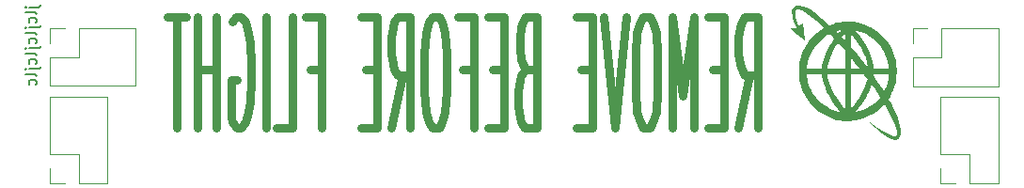
<source format=gbr>
%TF.GenerationSoftware,KiCad,Pcbnew,(6.0.4-0)*%
%TF.CreationDate,2022-05-06T19:30:15-04:00*%
%TF.ProjectId,Remove_Before_Flight,52656d6f-7665-45f4-9265-666f72655f46,v02*%
%TF.SameCoordinates,Original*%
%TF.FileFunction,Legend,Bot*%
%TF.FilePolarity,Positive*%
%FSLAX46Y46*%
G04 Gerber Fmt 4.6, Leading zero omitted, Abs format (unit mm)*
G04 Created by KiCad (PCBNEW (6.0.4-0)) date 2022-05-06 19:30:15*
%MOMM*%
%LPD*%
G01*
G04 APERTURE LIST*
%ADD10C,0.750000*%
%ADD11C,0.150000*%
%ADD12C,0.120000*%
G04 APERTURE END LIST*
D10*
X184334000Y-107726606D02*
X185334000Y-102964701D01*
X186048285Y-107726606D02*
X186048285Y-97726606D01*
X184905428Y-97726606D01*
X184619714Y-98202797D01*
X184476857Y-98678987D01*
X184334000Y-99631368D01*
X184334000Y-101059939D01*
X184476857Y-102012320D01*
X184619714Y-102488511D01*
X184905428Y-102964701D01*
X186048285Y-102964701D01*
X183048285Y-102488511D02*
X182048285Y-102488511D01*
X181619714Y-107726606D02*
X183048285Y-107726606D01*
X183048285Y-97726606D01*
X181619714Y-97726606D01*
X180334000Y-107726606D02*
X180334000Y-97726606D01*
X179334000Y-104869463D01*
X178334000Y-97726606D01*
X178334000Y-107726606D01*
X176334000Y-97726606D02*
X175762571Y-97726606D01*
X175476857Y-98202797D01*
X175191143Y-99155177D01*
X175048285Y-101059939D01*
X175048285Y-104393273D01*
X175191143Y-106298035D01*
X175476857Y-107250416D01*
X175762571Y-107726606D01*
X176334000Y-107726606D01*
X176619714Y-107250416D01*
X176905428Y-106298035D01*
X177048285Y-104393273D01*
X177048285Y-101059939D01*
X176905428Y-99155177D01*
X176619714Y-98202797D01*
X176334000Y-97726606D01*
X174191143Y-97726606D02*
X173191143Y-107726606D01*
X172191143Y-97726606D01*
X171191143Y-102488511D02*
X170191143Y-102488511D01*
X169762571Y-107726606D02*
X171191143Y-107726606D01*
X171191143Y-97726606D01*
X169762571Y-97726606D01*
X165191143Y-102488511D02*
X164762571Y-102964701D01*
X164619714Y-103440892D01*
X164476857Y-104393273D01*
X164476857Y-105821844D01*
X164619714Y-106774225D01*
X164762571Y-107250416D01*
X165048285Y-107726606D01*
X166191143Y-107726606D01*
X166191143Y-97726606D01*
X165191143Y-97726606D01*
X164905428Y-98202797D01*
X164762571Y-98678987D01*
X164619714Y-99631368D01*
X164619714Y-100583749D01*
X164762571Y-101536130D01*
X164905428Y-102012320D01*
X165191143Y-102488511D01*
X166191143Y-102488511D01*
X163191143Y-102488511D02*
X162191143Y-102488511D01*
X161762571Y-107726606D02*
X163191143Y-107726606D01*
X163191143Y-97726606D01*
X161762571Y-97726606D01*
X159476857Y-102488511D02*
X160476857Y-102488511D01*
X160476857Y-107726606D02*
X160476857Y-97726606D01*
X159048285Y-97726606D01*
X157334000Y-97726606D02*
X156762571Y-97726606D01*
X156476857Y-98202797D01*
X156191143Y-99155177D01*
X156048285Y-101059939D01*
X156048285Y-104393273D01*
X156191143Y-106298035D01*
X156476857Y-107250416D01*
X156762571Y-107726606D01*
X157334000Y-107726606D01*
X157619714Y-107250416D01*
X157905428Y-106298035D01*
X158048285Y-104393273D01*
X158048285Y-101059939D01*
X157905428Y-99155177D01*
X157619714Y-98202797D01*
X157334000Y-97726606D01*
X153048285Y-107726606D02*
X154048285Y-102964701D01*
X154762571Y-107726606D02*
X154762571Y-97726606D01*
X153619714Y-97726606D01*
X153334000Y-98202797D01*
X153191143Y-98678987D01*
X153048285Y-99631368D01*
X153048285Y-101059939D01*
X153191143Y-102012320D01*
X153334000Y-102488511D01*
X153619714Y-102964701D01*
X154762571Y-102964701D01*
X151762571Y-102488511D02*
X150762571Y-102488511D01*
X150334000Y-107726606D02*
X151762571Y-107726606D01*
X151762571Y-97726606D01*
X150334000Y-97726606D01*
X145762571Y-102488511D02*
X146762571Y-102488511D01*
X146762571Y-107726606D02*
X146762571Y-97726606D01*
X145334000Y-97726606D01*
X142762571Y-107726606D02*
X144191143Y-107726606D01*
X144191143Y-97726606D01*
X141762571Y-107726606D02*
X141762571Y-97726606D01*
X138762571Y-98202797D02*
X139048285Y-97726606D01*
X139476857Y-97726606D01*
X139905428Y-98202797D01*
X140191143Y-99155177D01*
X140334000Y-100107558D01*
X140476857Y-102012320D01*
X140476857Y-103440892D01*
X140334000Y-105345654D01*
X140191143Y-106298035D01*
X139905428Y-107250416D01*
X139476857Y-107726606D01*
X139191143Y-107726606D01*
X138762571Y-107250416D01*
X138619714Y-106774225D01*
X138619714Y-103440892D01*
X139191143Y-103440892D01*
X137334000Y-107726606D02*
X137334000Y-97726606D01*
X137334000Y-102488511D02*
X135619714Y-102488511D01*
X135619714Y-107726606D02*
X135619714Y-97726606D01*
X134619714Y-97726606D02*
X132905428Y-97726606D01*
X133762571Y-107726606D02*
X133762571Y-97726606D01*
D11*
X120435714Y-96853809D02*
X121292857Y-96853809D01*
X121388095Y-96806190D01*
X121435714Y-96710952D01*
X121435714Y-96663333D01*
X120102380Y-96853809D02*
X120150000Y-96806190D01*
X120197619Y-96853809D01*
X120150000Y-96901428D01*
X120102380Y-96853809D01*
X120197619Y-96853809D01*
X121102380Y-97472857D02*
X121054761Y-97377619D01*
X120959523Y-97330000D01*
X120102380Y-97330000D01*
X121054761Y-98282380D02*
X121102380Y-98187142D01*
X121102380Y-97996666D01*
X121054761Y-97901428D01*
X121007142Y-97853809D01*
X120911904Y-97806190D01*
X120626190Y-97806190D01*
X120530952Y-97853809D01*
X120483333Y-97901428D01*
X120435714Y-97996666D01*
X120435714Y-98187142D01*
X120483333Y-98282380D01*
X120435714Y-98710952D02*
X121292857Y-98710952D01*
X121388095Y-98663333D01*
X121435714Y-98568095D01*
X121435714Y-98520476D01*
X120102380Y-98710952D02*
X120150000Y-98663333D01*
X120197619Y-98710952D01*
X120150000Y-98758571D01*
X120102380Y-98710952D01*
X120197619Y-98710952D01*
X121102380Y-99330000D02*
X121054761Y-99234761D01*
X120959523Y-99187142D01*
X120102380Y-99187142D01*
X121054761Y-100139523D02*
X121102380Y-100044285D01*
X121102380Y-99853809D01*
X121054761Y-99758571D01*
X121007142Y-99710952D01*
X120911904Y-99663333D01*
X120626190Y-99663333D01*
X120530952Y-99710952D01*
X120483333Y-99758571D01*
X120435714Y-99853809D01*
X120435714Y-100044285D01*
X120483333Y-100139523D01*
X120435714Y-100568095D02*
X121292857Y-100568095D01*
X121388095Y-100520476D01*
X121435714Y-100425238D01*
X121435714Y-100377619D01*
X120102380Y-100568095D02*
X120150000Y-100520476D01*
X120197619Y-100568095D01*
X120150000Y-100615714D01*
X120102380Y-100568095D01*
X120197619Y-100568095D01*
X121102380Y-101187142D02*
X121054761Y-101091904D01*
X120959523Y-101044285D01*
X120102380Y-101044285D01*
X121054761Y-101996666D02*
X121102380Y-101901428D01*
X121102380Y-101710952D01*
X121054761Y-101615714D01*
X121007142Y-101568095D01*
X120911904Y-101520476D01*
X120626190Y-101520476D01*
X120530952Y-101568095D01*
X120483333Y-101615714D01*
X120435714Y-101710952D01*
X120435714Y-101901428D01*
X120483333Y-101996666D01*
X120435714Y-102425238D02*
X121292857Y-102425238D01*
X121388095Y-102377619D01*
X121435714Y-102282380D01*
X121435714Y-102234761D01*
X120102380Y-102425238D02*
X120150000Y-102377619D01*
X120197619Y-102425238D01*
X120150000Y-102472857D01*
X120102380Y-102425238D01*
X120197619Y-102425238D01*
X121102380Y-103044285D02*
X121054761Y-102949047D01*
X120959523Y-102901428D01*
X120102380Y-102901428D01*
X121054761Y-103853809D02*
X121102380Y-103758571D01*
X121102380Y-103568095D01*
X121054761Y-103472857D01*
X121007142Y-103425238D01*
X120911904Y-103377619D01*
X120626190Y-103377619D01*
X120530952Y-103425238D01*
X120483333Y-103472857D01*
X120435714Y-103568095D01*
X120435714Y-103758571D01*
X120483333Y-103853809D01*
%TO.C,svg2mod*%
G36*
X194429210Y-107106193D02*
G01*
X194363468Y-107111241D01*
X194078877Y-107114241D01*
X193932032Y-107106380D01*
X193793060Y-107098941D01*
X193507017Y-107064874D01*
X193506744Y-107064841D01*
X193220659Y-107011841D01*
X192935540Y-106939741D01*
X192620010Y-106827441D01*
X192264216Y-106666641D01*
X191914626Y-106480201D01*
X191617701Y-106291041D01*
X191332732Y-106058301D01*
X191024173Y-105761321D01*
X190737898Y-105447201D01*
X190519782Y-105163071D01*
X190290456Y-104775651D01*
X190094704Y-104356041D01*
X189937898Y-103917341D01*
X189825411Y-103472691D01*
X189781921Y-103103051D01*
X189777747Y-102969241D01*
X190489800Y-102969241D01*
X190493400Y-103089591D01*
X190531480Y-103293181D01*
X190589120Y-103565691D01*
X190665560Y-103830321D01*
X190760630Y-104086761D01*
X190874176Y-104334721D01*
X191006042Y-104573871D01*
X191156064Y-104803921D01*
X191324087Y-105024551D01*
X191509949Y-105235451D01*
X191847362Y-105548241D01*
X192225987Y-105821231D01*
X192628990Y-106043731D01*
X193039536Y-106205031D01*
X193400301Y-106306691D01*
X193507017Y-106329491D01*
X193494303Y-106313021D01*
X194879324Y-106313021D01*
X194917344Y-106318021D01*
X195183560Y-106247121D01*
X195685662Y-106056721D01*
X196153562Y-105804951D01*
X196569212Y-105503151D01*
X196751802Y-105337031D01*
X196914562Y-105162661D01*
X197069828Y-104980961D01*
X196997478Y-104855251D01*
X196620128Y-104284901D01*
X196315124Y-103840251D01*
X196315104Y-103839941D01*
X196225934Y-104073081D01*
X196029760Y-104516691D01*
X195999737Y-104572259D01*
X195769640Y-104998131D01*
X195460243Y-105492281D01*
X195116239Y-105974011D01*
X194886224Y-106283821D01*
X194879324Y-106313021D01*
X193494303Y-106313021D01*
X193253208Y-106000691D01*
X192962562Y-105606391D01*
X192706347Y-105221311D01*
X192484053Y-104844341D01*
X192295169Y-104474401D01*
X192139184Y-104110411D01*
X192015585Y-103751261D01*
X191923865Y-103395891D01*
X191863505Y-103043181D01*
X191844336Y-102892961D01*
X192333470Y-102892961D01*
X192372890Y-103139081D01*
X192433780Y-103438071D01*
X192521660Y-103740441D01*
X192637730Y-104048571D01*
X192783183Y-104364881D01*
X192959217Y-104691751D01*
X193167032Y-105031561D01*
X193682790Y-105759621D01*
X193932032Y-106069431D01*
X193944532Y-104481191D01*
X193944532Y-102892961D01*
X192333470Y-102892961D01*
X191844336Y-102892961D01*
X191844275Y-102892481D01*
X191163201Y-102892481D01*
X190721933Y-102892021D01*
X190722057Y-102891941D01*
X190554700Y-102910541D01*
X190511570Y-102933541D01*
X190489800Y-102969241D01*
X189777747Y-102969241D01*
X189775307Y-102891011D01*
X194421285Y-102891011D01*
X194421310Y-102891711D01*
X194421310Y-104480661D01*
X194429210Y-106068651D01*
X194763345Y-105629431D01*
X195201214Y-105005341D01*
X195396354Y-104680951D01*
X195571384Y-104346671D01*
X195720321Y-104014781D01*
X195837181Y-103697601D01*
X195953510Y-103337561D01*
X195797283Y-103123161D01*
X195675109Y-102955691D01*
X196485748Y-102955691D01*
X196591228Y-103156551D01*
X196844831Y-103551281D01*
X197315918Y-104269201D01*
X197427920Y-104454041D01*
X197514210Y-104261751D01*
X197633606Y-103969001D01*
X197729256Y-103676051D01*
X197800786Y-103384171D01*
X197847826Y-103094611D01*
X197872096Y-102892961D01*
X197872092Y-102892491D01*
X197178923Y-102892491D01*
X196581348Y-102901491D01*
X196499938Y-102920291D01*
X196485798Y-102955566D01*
X196485748Y-102955691D01*
X195675109Y-102955691D01*
X195641055Y-102909011D01*
X195031047Y-102900011D01*
X194421310Y-102891011D01*
X194421285Y-102891011D01*
X189775307Y-102891011D01*
X189767421Y-102638191D01*
X189777187Y-102325091D01*
X190482454Y-102325091D01*
X190498294Y-102358091D01*
X190581444Y-102375891D01*
X191163369Y-102384891D01*
X191844280Y-102384891D01*
X191844286Y-102384851D01*
X192333632Y-102384851D01*
X193944698Y-102384851D01*
X193944698Y-101361401D01*
X194421310Y-101361401D01*
X194421310Y-102384781D01*
X194818368Y-102384781D01*
X195215426Y-102367981D01*
X194818368Y-101856281D01*
X194421310Y-101361401D01*
X193944698Y-101361401D01*
X193944698Y-100797581D01*
X193920786Y-100769890D01*
X193661805Y-100469981D01*
X193615098Y-100416481D01*
X194421214Y-100416481D01*
X194542831Y-100550841D01*
X195033407Y-101131961D01*
X195626329Y-101876131D01*
X195977147Y-102318261D01*
X195999737Y-102332861D01*
X196006737Y-102318961D01*
X195994577Y-102225561D01*
X195910917Y-101831011D01*
X195777205Y-101415261D01*
X195598113Y-100990831D01*
X195378321Y-100570271D01*
X194956138Y-99917671D01*
X194533971Y-99350971D01*
X194423709Y-99223831D01*
X194423614Y-99223861D01*
X194421214Y-100416481D01*
X193615098Y-100416481D01*
X193414373Y-100186561D01*
X193342403Y-100121061D01*
X193301127Y-100105628D01*
X193289983Y-100101461D01*
X193289982Y-100101521D01*
X193255572Y-100115621D01*
X193220962Y-100153521D01*
X193129912Y-100293571D01*
X192866583Y-100747261D01*
X192644811Y-101223671D01*
X192476854Y-101693071D01*
X192374972Y-102125751D01*
X192333632Y-102384851D01*
X191844286Y-102384851D01*
X191865190Y-102233951D01*
X191946650Y-101789101D01*
X192057949Y-101375901D01*
X192175395Y-101075841D01*
X192347952Y-100706971D01*
X192545134Y-100330731D01*
X192736457Y-100008551D01*
X192928256Y-99674221D01*
X192873026Y-99592021D01*
X192841111Y-99557681D01*
X193650873Y-99557681D01*
X193773932Y-99697321D01*
X193920786Y-99840331D01*
X193937596Y-99749031D01*
X193944596Y-99525461D01*
X193932586Y-99207961D01*
X193932579Y-99207961D01*
X193932564Y-99207971D01*
X193785710Y-99382701D01*
X193650873Y-99557681D01*
X192841111Y-99557681D01*
X192740301Y-99449211D01*
X192552588Y-99263421D01*
X192552583Y-99263031D01*
X192343720Y-99379601D01*
X192067693Y-99553431D01*
X191805444Y-99757281D01*
X191559692Y-99987831D01*
X191333155Y-100241751D01*
X191128552Y-100515701D01*
X190948601Y-100806361D01*
X190796020Y-101110411D01*
X190673527Y-101424501D01*
X190546234Y-101914811D01*
X190482454Y-102325091D01*
X189777187Y-102325091D01*
X189781921Y-102173341D01*
X189825411Y-101803701D01*
X189936546Y-101359431D01*
X190089242Y-100931091D01*
X190283375Y-100518981D01*
X190518820Y-100123411D01*
X190762351Y-99806411D01*
X191078755Y-99465041D01*
X191418994Y-99148451D01*
X191550838Y-99046901D01*
X193150427Y-99046901D01*
X193225897Y-99140201D01*
X193301127Y-99210901D01*
X193407362Y-99077031D01*
X193485488Y-98978351D01*
X194883363Y-98978351D01*
X194913233Y-99031451D01*
X195116050Y-99302771D01*
X195472049Y-99801471D01*
X195787721Y-100306731D01*
X196049247Y-100794801D01*
X196242811Y-101241921D01*
X196406848Y-101811071D01*
X196463788Y-102089591D01*
X196485798Y-102285761D01*
X196485798Y-102384061D01*
X197872138Y-102384061D01*
X197846178Y-102167261D01*
X197760128Y-101707281D01*
X197616072Y-101262921D01*
X197418255Y-100840131D01*
X197170918Y-100444871D01*
X196878304Y-100083091D01*
X196544657Y-99760721D01*
X196174221Y-99483731D01*
X195771236Y-99258071D01*
X195358077Y-99094081D01*
X194950441Y-98970851D01*
X194891801Y-98961851D01*
X194891763Y-98961451D01*
X194883363Y-98978351D01*
X193485488Y-98978351D01*
X193513356Y-98943151D01*
X193513351Y-98943001D01*
X193423461Y-98965601D01*
X193241997Y-99006501D01*
X193150427Y-99046901D01*
X191550838Y-99046901D01*
X191734030Y-98905801D01*
X192016923Y-98718561D01*
X191732348Y-98445771D01*
X191360870Y-98105181D01*
X190999607Y-97803061D01*
X190657193Y-97544681D01*
X190342261Y-97335371D01*
X190063444Y-97180391D01*
X189829376Y-97085091D01*
X189648691Y-97054691D01*
X189581061Y-97065491D01*
X189530021Y-97094491D01*
X189485121Y-97156091D01*
X189456181Y-97244291D01*
X189445821Y-97495141D01*
X189498231Y-97836751D01*
X189612714Y-98258791D01*
X189697074Y-98502691D01*
X189746344Y-98604171D01*
X189959774Y-98376801D01*
X190109454Y-98212011D01*
X190143494Y-98192711D01*
X190156854Y-98210011D01*
X190280393Y-99895821D01*
X189611258Y-99339891D01*
X188946930Y-98778671D01*
X189103159Y-98757771D01*
X189410086Y-98733971D01*
X189516676Y-98724971D01*
X189561026Y-98707971D01*
X189417297Y-98344321D01*
X189303790Y-98052841D01*
X189221200Y-97789361D01*
X189169520Y-97553791D01*
X189148750Y-97345991D01*
X189158890Y-97165851D01*
X189199940Y-97013251D01*
X189271900Y-96888081D01*
X189374763Y-96790181D01*
X189515628Y-96724481D01*
X189689140Y-96703181D01*
X189689086Y-96703701D01*
X189911706Y-96729801D01*
X190168041Y-96805801D01*
X190455700Y-96930561D01*
X190772299Y-97102831D01*
X191115445Y-97321411D01*
X191482753Y-97585121D01*
X191871834Y-97892731D01*
X192280300Y-98243071D01*
X192537955Y-98472121D01*
X192809070Y-98381021D01*
X193138299Y-98282621D01*
X193448630Y-98220221D01*
X193782641Y-98187621D01*
X194182911Y-98178621D01*
X194682357Y-98193021D01*
X195054901Y-98250821D01*
X195370067Y-98330221D01*
X195674525Y-98429721D01*
X195967676Y-98548771D01*
X196248920Y-98686771D01*
X196517659Y-98843131D01*
X196773295Y-99017271D01*
X197015230Y-99208601D01*
X197242863Y-99416541D01*
X197455597Y-99640501D01*
X197652832Y-99879881D01*
X197833970Y-100134111D01*
X197998411Y-100402591D01*
X198145560Y-100684741D01*
X198274814Y-100979971D01*
X198385576Y-101287691D01*
X198477246Y-101607321D01*
X198525616Y-101816161D01*
X198552016Y-102005581D01*
X198565696Y-102638671D01*
X198553306Y-103272561D01*
X198526906Y-103460841D01*
X198477956Y-103670011D01*
X198382846Y-103996731D01*
X198264945Y-104323721D01*
X198131335Y-104633061D01*
X197989087Y-104906851D01*
X197844397Y-105158011D01*
X197977310Y-105399321D01*
X198338367Y-106114571D01*
X198656058Y-106835181D01*
X198796266Y-107213261D01*
X198885516Y-107519921D01*
X198932746Y-107793051D01*
X198946876Y-108070581D01*
X198935296Y-108324481D01*
X198894096Y-108505451D01*
X198815236Y-108634161D01*
X198690660Y-108731261D01*
X198549526Y-108788561D01*
X198349123Y-108790561D01*
X198166476Y-108759861D01*
X197962910Y-108689561D01*
X197739437Y-108580281D01*
X197497065Y-108432701D01*
X197236802Y-108247481D01*
X196959662Y-108025291D01*
X196358784Y-107472681D01*
X195866307Y-106985251D01*
X196168186Y-107220071D01*
X196856293Y-107729011D01*
X197446598Y-108109841D01*
X197932357Y-108358611D01*
X198133922Y-108432211D01*
X198306821Y-108471311D01*
X198434807Y-108474311D01*
X198519047Y-108419511D01*
X198557377Y-108374011D01*
X198576727Y-108321111D01*
X198573427Y-108105891D01*
X198507177Y-107744501D01*
X198353897Y-107298651D01*
X198112515Y-106765571D01*
X197781959Y-106142471D01*
X197493298Y-105627881D01*
X197427920Y-105689133D01*
X197203917Y-105899001D01*
X196981062Y-106095011D01*
X196748940Y-106274401D01*
X196508285Y-106436971D01*
X196259825Y-106582571D01*
X195742416Y-106822091D01*
X195202559Y-106991541D01*
X194917344Y-107041771D01*
X194646098Y-107089541D01*
X194429210Y-107106193D01*
G37*
G36*
X190721933Y-102892021D02*
G01*
X190721918Y-102892031D01*
X190721918Y-102892021D01*
X190721933Y-102892021D01*
G37*
D12*
%TO.C,J1*%
X130044464Y-98761262D02*
X130044464Y-103961262D01*
X122304464Y-98761262D02*
X122304464Y-100091262D01*
X122304464Y-101361262D02*
X122304464Y-103961262D01*
X124904464Y-98761262D02*
X124904464Y-101361262D01*
X124904464Y-101361262D02*
X122304464Y-101361262D01*
X124904464Y-98761262D02*
X130044464Y-98761262D01*
X123634464Y-98761262D02*
X122304464Y-98761262D01*
X122304464Y-103961262D02*
X130044464Y-103961262D01*
%TO.C,J2*%
X202620034Y-98781761D02*
X207760034Y-98781761D01*
X200020034Y-101381761D02*
X200020034Y-103981761D01*
X200020034Y-98781761D02*
X200020034Y-100111761D01*
X200020034Y-103981761D02*
X207760034Y-103981761D01*
X207760034Y-98781761D02*
X207760034Y-103981761D01*
X202620034Y-101381761D02*
X200020034Y-101381761D01*
X201350034Y-98781761D02*
X200020034Y-98781761D01*
X202620034Y-98781761D02*
X202620034Y-101381761D01*
%TO.C,J3*%
X122315626Y-110083970D02*
X124915626Y-110083970D01*
X124915626Y-110083970D02*
X124915626Y-112683970D01*
X122315626Y-111353970D02*
X122315626Y-112683970D01*
X122315626Y-110083970D02*
X122315626Y-104943970D01*
X122315626Y-112683970D02*
X123645626Y-112683970D01*
X124915626Y-112683970D02*
X127515626Y-112683970D01*
X127515626Y-112683970D02*
X127515626Y-104943970D01*
X122315626Y-104943970D02*
X127515626Y-104943970D01*
%TO.C,J4*%
X205114843Y-112683879D02*
X207714843Y-112683879D01*
X202514843Y-112683879D02*
X203844843Y-112683879D01*
X202514843Y-110083879D02*
X205114843Y-110083879D01*
X205114843Y-110083879D02*
X205114843Y-112683879D01*
X202514843Y-104943879D02*
X207714843Y-104943879D01*
X202514843Y-110083879D02*
X202514843Y-104943879D01*
X207714843Y-112683879D02*
X207714843Y-104943879D01*
X202514843Y-111353879D02*
X202514843Y-112683879D01*
%TD*%
M02*

</source>
